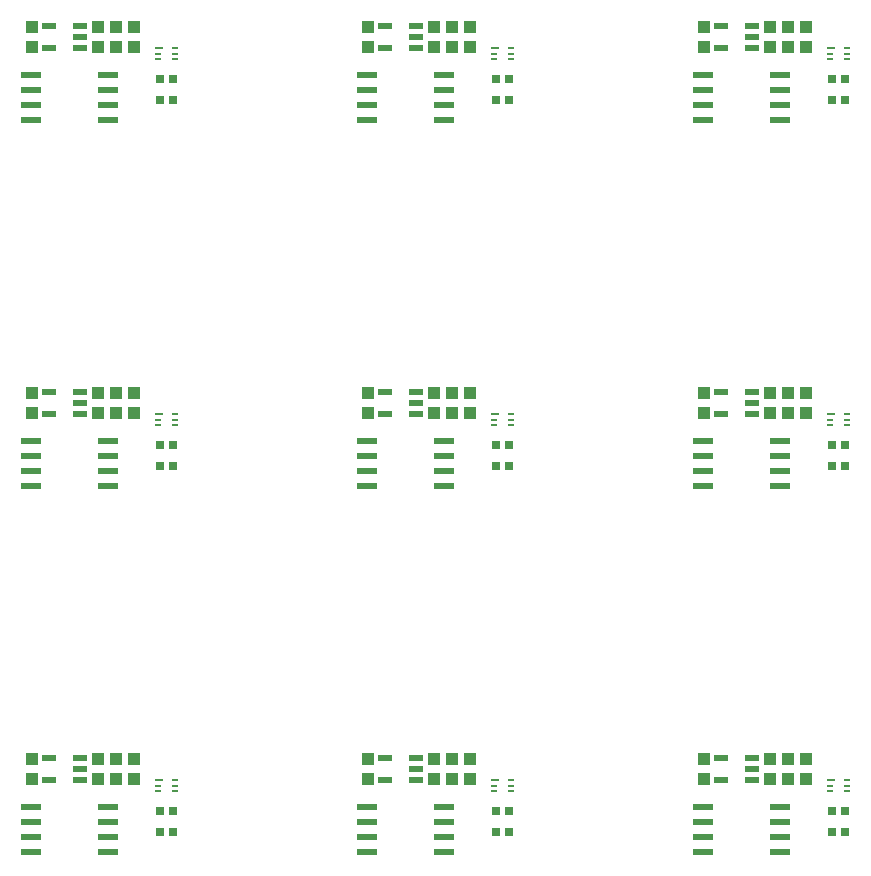
<source format=gtp>
G04 EAGLE Gerber RS-274X export*
G75*
%MOMM*%
%FSLAX34Y34*%
%LPD*%
%INSolderpaste Top*%
%IPPOS*%
%AMOC8*
5,1,8,0,0,1.08239X$1,22.5*%
G01*
%ADD10R,1.000000X1.100000*%
%ADD11R,0.700000X0.700000*%
%ADD12R,0.600000X0.250000*%
%ADD13R,0.750000X0.250000*%
%ADD14R,1.200000X0.550000*%
%ADD15R,1.701800X0.609600*%


D10*
X81280Y148200D03*
X81280Y131200D03*
X25400Y148200D03*
X25400Y131200D03*
D11*
X134200Y104400D03*
X145200Y104400D03*
X145200Y86100D03*
X134200Y86100D03*
D10*
X96520Y131200D03*
X96520Y148200D03*
D12*
X146900Y120730D03*
X146900Y130730D03*
X146900Y125730D03*
X132500Y120730D03*
X132500Y125730D03*
D13*
X133250Y130730D03*
D14*
X66341Y130200D03*
X66341Y139700D03*
X66341Y149200D03*
X40339Y149200D03*
X40339Y130200D03*
D15*
X24638Y107950D03*
X24638Y95250D03*
X24638Y82550D03*
X24638Y69850D03*
X89662Y69850D03*
X89662Y82550D03*
X89662Y95250D03*
X89662Y107950D03*
D10*
X111760Y131200D03*
X111760Y148200D03*
X365785Y148200D03*
X365785Y131200D03*
X309905Y148200D03*
X309905Y131200D03*
D11*
X418705Y104400D03*
X429705Y104400D03*
X429705Y86100D03*
X418705Y86100D03*
D10*
X381025Y131200D03*
X381025Y148200D03*
D12*
X431405Y120730D03*
X431405Y130730D03*
X431405Y125730D03*
X417005Y120730D03*
X417005Y125730D03*
D13*
X417755Y130730D03*
D14*
X350846Y130200D03*
X350846Y139700D03*
X350846Y149200D03*
X324844Y149200D03*
X324844Y130200D03*
D15*
X309143Y107950D03*
X309143Y95250D03*
X309143Y82550D03*
X309143Y69850D03*
X374167Y69850D03*
X374167Y82550D03*
X374167Y95250D03*
X374167Y107950D03*
D10*
X396265Y131200D03*
X396265Y148200D03*
X650291Y148200D03*
X650291Y131200D03*
X594411Y148200D03*
X594411Y131200D03*
D11*
X703211Y104400D03*
X714211Y104400D03*
X714211Y86100D03*
X703211Y86100D03*
D10*
X665531Y131200D03*
X665531Y148200D03*
D12*
X715911Y120730D03*
X715911Y130730D03*
X715911Y125730D03*
X701511Y120730D03*
X701511Y125730D03*
D13*
X702261Y130730D03*
D14*
X635352Y130200D03*
X635352Y139700D03*
X635352Y149200D03*
X609350Y149200D03*
X609350Y130200D03*
D15*
X593649Y107950D03*
X593649Y95250D03*
X593649Y82550D03*
X593649Y69850D03*
X658673Y69850D03*
X658673Y82550D03*
X658673Y95250D03*
X658673Y107950D03*
D10*
X680771Y131200D03*
X680771Y148200D03*
X81280Y458080D03*
X81280Y441080D03*
X25400Y458080D03*
X25400Y441080D03*
D11*
X134200Y414280D03*
X145200Y414280D03*
X145200Y395980D03*
X134200Y395980D03*
D10*
X96520Y441080D03*
X96520Y458080D03*
D12*
X146900Y430610D03*
X146900Y440610D03*
X146900Y435610D03*
X132500Y430610D03*
X132500Y435610D03*
D13*
X133250Y440610D03*
D14*
X66341Y440080D03*
X66341Y449580D03*
X66341Y459080D03*
X40339Y459080D03*
X40339Y440080D03*
D15*
X24638Y417830D03*
X24638Y405130D03*
X24638Y392430D03*
X24638Y379730D03*
X89662Y379730D03*
X89662Y392430D03*
X89662Y405130D03*
X89662Y417830D03*
D10*
X111760Y441080D03*
X111760Y458080D03*
X365785Y458080D03*
X365785Y441080D03*
X309905Y458080D03*
X309905Y441080D03*
D11*
X418705Y414280D03*
X429705Y414280D03*
X429705Y395980D03*
X418705Y395980D03*
D10*
X381025Y441080D03*
X381025Y458080D03*
D12*
X431405Y430610D03*
X431405Y440610D03*
X431405Y435610D03*
X417005Y430610D03*
X417005Y435610D03*
D13*
X417755Y440610D03*
D14*
X350846Y440080D03*
X350846Y449580D03*
X350846Y459080D03*
X324844Y459080D03*
X324844Y440080D03*
D15*
X309143Y417830D03*
X309143Y405130D03*
X309143Y392430D03*
X309143Y379730D03*
X374167Y379730D03*
X374167Y392430D03*
X374167Y405130D03*
X374167Y417830D03*
D10*
X396265Y441080D03*
X396265Y458080D03*
X650291Y458080D03*
X650291Y441080D03*
X594411Y458080D03*
X594411Y441080D03*
D11*
X703211Y414280D03*
X714211Y414280D03*
X714211Y395980D03*
X703211Y395980D03*
D10*
X665531Y441080D03*
X665531Y458080D03*
D12*
X715911Y430610D03*
X715911Y440610D03*
X715911Y435610D03*
X701511Y430610D03*
X701511Y435610D03*
D13*
X702261Y440610D03*
D14*
X635352Y440080D03*
X635352Y449580D03*
X635352Y459080D03*
X609350Y459080D03*
X609350Y440080D03*
D15*
X593649Y417830D03*
X593649Y405130D03*
X593649Y392430D03*
X593649Y379730D03*
X658673Y379730D03*
X658673Y392430D03*
X658673Y405130D03*
X658673Y417830D03*
D10*
X680771Y441080D03*
X680771Y458080D03*
X81280Y767960D03*
X81280Y750960D03*
X25400Y767960D03*
X25400Y750960D03*
D11*
X134200Y724160D03*
X145200Y724160D03*
X145200Y705860D03*
X134200Y705860D03*
D10*
X96520Y750960D03*
X96520Y767960D03*
D12*
X146900Y740490D03*
X146900Y750490D03*
X146900Y745490D03*
X132500Y740490D03*
X132500Y745490D03*
D13*
X133250Y750490D03*
D14*
X66341Y749960D03*
X66341Y759460D03*
X66341Y768960D03*
X40339Y768960D03*
X40339Y749960D03*
D15*
X24638Y727710D03*
X24638Y715010D03*
X24638Y702310D03*
X24638Y689610D03*
X89662Y689610D03*
X89662Y702310D03*
X89662Y715010D03*
X89662Y727710D03*
D10*
X111760Y750960D03*
X111760Y767960D03*
X365785Y767960D03*
X365785Y750960D03*
X309905Y767960D03*
X309905Y750960D03*
D11*
X418705Y724160D03*
X429705Y724160D03*
X429705Y705860D03*
X418705Y705860D03*
D10*
X381025Y750960D03*
X381025Y767960D03*
D12*
X431405Y740490D03*
X431405Y750490D03*
X431405Y745490D03*
X417005Y740490D03*
X417005Y745490D03*
D13*
X417755Y750490D03*
D14*
X350846Y749960D03*
X350846Y759460D03*
X350846Y768960D03*
X324844Y768960D03*
X324844Y749960D03*
D15*
X309143Y727710D03*
X309143Y715010D03*
X309143Y702310D03*
X309143Y689610D03*
X374167Y689610D03*
X374167Y702310D03*
X374167Y715010D03*
X374167Y727710D03*
D10*
X396265Y750960D03*
X396265Y767960D03*
X650291Y767960D03*
X650291Y750960D03*
X594411Y767960D03*
X594411Y750960D03*
D11*
X703211Y724160D03*
X714211Y724160D03*
X714211Y705860D03*
X703211Y705860D03*
D10*
X665531Y750960D03*
X665531Y767960D03*
D12*
X715911Y740490D03*
X715911Y750490D03*
X715911Y745490D03*
X701511Y740490D03*
X701511Y745490D03*
D13*
X702261Y750490D03*
D14*
X635352Y749960D03*
X635352Y759460D03*
X635352Y768960D03*
X609350Y768960D03*
X609350Y749960D03*
D15*
X593649Y727710D03*
X593649Y715010D03*
X593649Y702310D03*
X593649Y689610D03*
X658673Y689610D03*
X658673Y702310D03*
X658673Y715010D03*
X658673Y727710D03*
D10*
X680771Y750960D03*
X680771Y767960D03*
M02*

</source>
